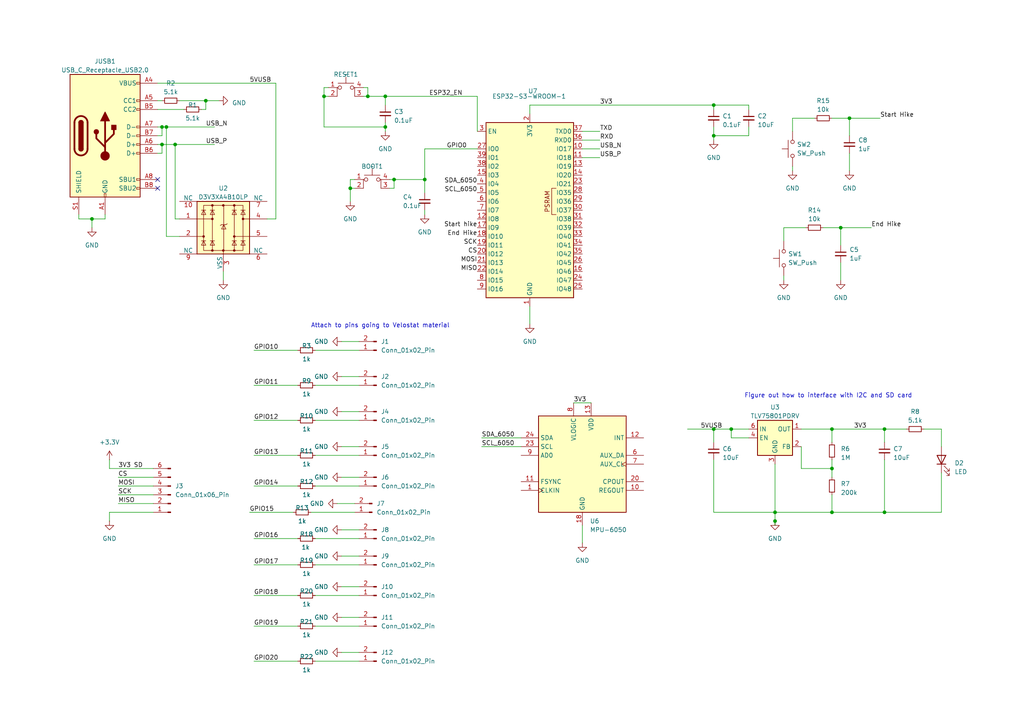
<source format=kicad_sch>
(kicad_sch (version 20231120) (generator "eeschema") (generator_version "8.0")
  (paper "A4")
  (title_block (title "Smart Insole PCB Design") (company "Group 41"))
  (lib_symbols
    (symbol "+3.3V_1" (power) (pin_numbers hide) (pin_names (offset 0) hide)
      (property "Value" "+3.3V" (at 0 3.556 0))
      (symbol "+3.3V_1_0_1"
        (polyline (pts (xy -0.762 1.27) (xy 0 2.54)))
        (polyline (pts (xy 0 0) (xy 0 2.54)))
        (polyline (pts (xy 0 2.54) (xy 0.762 1.27)))
      )
      (symbol "+3.3V_1_1_1"
        (pin power_in line (at 0 0 90) (length 0) (name "~") (number "1"))
      )
    )
    (symbol "Connector:Conn_01x02_Pin" (pin_names (offset 1.016) hide)
      (property "Reference" "J" (at 0 2.54 0))
      (property "Value" "Conn_01x02_Pin" (at 0 -5.08 0))
      (symbol "Conn_01x02_Pin_1_1"
        (polyline (pts (xy 1.27 -2.54) (xy 0.8636 -2.54)) (stroke (width 0.1524)))
        (polyline (pts (xy 1.27 0) (xy 0.8636 0)) (stroke (width 0.1524)))
        (rectangle (start 0.8636 -2.413) (end 0 -2.667) (stroke (width 0.1524)) (fill (type outline)))
        (rectangle (start 0.8636 0.127) (end 0 -0.127) (stroke (width 0.1524)) (fill (type outline)))
        (pin passive line (at 5.08 0 180) (length 3.81) (name "Pin_1") (number "1"))
        (pin passive line (at 5.08 -2.54 180) (length 3.81) (name "Pin_2") (number "2"))
      )
    )
    (symbol "Connector:Conn_01x06_Pin" (pin_names (offset 1.016) hide)
      (property "Reference" "J" (at 0 7.62 0))
      (property "Value" "Conn_01x06_Pin" (at 0 -10.16 0))
      (symbol "Conn_01x06_Pin_1_1"
        (polyline (pts (xy 1.27 -7.62) (xy 0.8636 -7.62)) (stroke (width 0.1524)))
        (polyline (pts (xy 1.27 -5.08) (xy 0.8636 -5.08)) (stroke (width 0.1524)))
        (polyline (pts (xy 1.27 -2.54) (xy 0.8636 -2.54)) (stroke (width 0.1524)))
        (polyline (pts (xy 1.27 0) (xy 0.8636 0)) (stroke (width 0.1524)))
        (polyline (pts (xy 1.27 2.54) (xy 0.8636 2.54)) (stroke (width 0.1524)))
        (polyline (pts (xy 1.27 5.08) (xy 0.8636 5.08)) (stroke (width 0.1524)))
        (rectangle (start 0.8636 -7.493) (end 0 -7.747) (stroke (width 0.1524)) (fill (type outline)))
        (rectangle (start 0.8636 -4.953) (end 0 -5.207) (stroke (width 0.1524)) (fill (type outline)))
        (rectangle (start 0.8636 -2.413) (end 0 -2.667) (stroke (width 0.1524)) (fill (type outline)))
        (rectangle (start 0.8636 0.127) (end 0 -0.127) (stroke (width 0.1524)) (fill (type outline)))
        (rectangle (start 0.8636 2.667) (end 0 2.413) (stroke (width 0.1524)) (fill (type outline)))
        (rectangle (start 0.8636 5.207) (end 0 4.953) (stroke (width 0.1524)) (fill (type outline)))
        (pin passive line (at 5.08 5.08 180) (length 3.81) (name "Pin_1") (number "1"))
        (pin passive line (at 5.08 2.54 180) (length 3.81) (name "Pin_2") (number "2"))
        (pin passive line (at 5.08 0 180) (length 3.81) (name "Pin_3") (number "3"))
        (pin passive line (at 5.08 -2.54 180) (length 3.81) (name "Pin_4") (number "4"))
        (pin passive line (at 5.08 -5.08 180) (length 3.81) (name "Pin_5") (number "5"))
        (pin passive line (at 5.08 -7.62 180) (length 3.81) (name "Pin_6") (number "6"))
      )
    )
    (symbol "Connector:USB_C_Receptacle_USB2.0" (pin_names (offset 1.016))
      (property "Reference" "J" (at -10.16 19.05 0))
      (property "Value" "USB_C_Receptacle_USB2.0" (at 19.05 19.05 0))
      (symbol "USB_C_Receptacle_USB2.0_0_0"
        (rectangle (start -0.254 -17.78) (end 0.254 -16.764))
        (rectangle (start 10.16 -14.986) (end 9.144 -15.494))
        (rectangle (start 10.16 -12.446) (end 9.144 -12.954))
        (rectangle (start 10.16 -4.826) (end 9.144 -5.334))
        (rectangle (start 10.16 -2.286) (end 9.144 -2.794))
        (rectangle (start 10.16 0.254) (end 9.144 -0.254))
        (rectangle (start 10.16 2.794) (end 9.144 2.286))
        (rectangle (start 10.16 7.874) (end 9.144 7.366))
        (rectangle (start 10.16 10.414) (end 9.144 9.906))
        (rectangle (start 10.16 15.494) (end 9.144 14.986))
      )
      (symbol "USB_C_Receptacle_USB2.0_0_1"
        (rectangle (start -10.16 17.78) (end 10.16 -17.78) (stroke (width 0.254)) (fill (type background)))
        (arc (start -8.89 -3.81) (mid -6.985 -5.7067) (end -5.08 -3.81) (stroke (width 0.508)))
        (arc (start -7.62 -3.81) (mid -6.985 -4.4423) (end -6.35 -3.81) (stroke (width 0.254)))
        (arc (start -7.62 -3.81) (mid -6.985 -4.4423) (end -6.35 -3.81) (stroke (width 0.254)) (fill (type outline)))
        (rectangle (start -7.62 -3.81) (end -6.35 3.81) (stroke (width 0.254)) (fill (type outline)))
        (arc (start -6.35 3.81) (mid -6.985 4.4423) (end -7.62 3.81) (stroke (width 0.254)))
        (arc (start -6.35 3.81) (mid -6.985 4.4423) (end -7.62 3.81) (stroke (width 0.254)) (fill (type outline)))
        (arc (start -5.08 3.81) (mid -6.985 5.7067) (end -8.89 3.81) (stroke (width 0.508)))
        (circle (center -2.54 1.143) (radius 0.635) (stroke (width 0.254)) (fill (type outline)))
        (circle (center 0 -5.842) (radius 1.27) (fill (type outline)))
        (polyline (pts (xy -8.89 -3.81) (xy -8.89 3.81)) (stroke (width 0.508)))
        (polyline (pts (xy -5.08 3.81) (xy -5.08 -3.81)) (stroke (width 0.508)))
        (polyline (pts (xy 0 -5.842) (xy 0 4.318)) (stroke (width 0.508)))
        (polyline (pts (xy 0 -3.302) (xy -2.54 -0.762) (xy -2.54 0.508)) (stroke (width 0.508)))
        (polyline (pts (xy 0 -2.032) (xy 2.54 0.508) (xy 2.54 1.778)) (stroke (width 0.508)))
        (polyline (pts (xy -1.27 4.318) (xy 0 6.858) (xy 1.27 4.318) (xy -1.27 4.318)) (stroke (width 0.254)) (fill (type outline)))
        (rectangle (start 1.905 1.778) (end 3.175 3.048) (stroke (width 0.254)) (fill (type outline)))
      )
      (symbol "USB_C_Receptacle_USB2.0_1_1"
        (pin passive line (at 0 -22.86 90) (length 5.08) (name "GND") (number "A1"))
        (pin passive line (at 0 -22.86 90) (length 5.08) hide (name "GND") (number "A12"))
        (pin passive line (at 15.24 15.24 180) (length 5.08) (name "VBUS") (number "A4"))
        (pin bidirectional line (at 15.24 10.16 180) (length 5.08) (name "CC1") (number "A5"))
        (pin bidirectional line (at 15.24 -2.54 180) (length 5.08) (name "D+") (number "A6"))
        (pin bidirectional line (at 15.24 2.54 180) (length 5.08) (name "D-") (number "A7"))
        (pin bidirectional line (at 15.24 -12.7 180) (length 5.08) (name "SBU1") (number "A8"))
        (pin passive line (at 15.24 15.24 180) (length 5.08) hide (name "VBUS") (number "A9"))
        (pin passive line (at 0 -22.86 90) (length 5.08) hide (name "GND") (number "B1"))
        (pin passive line (at 0 -22.86 90) (length 5.08) hide (name "GND") (number "B12"))
        (pin passive line (at 15.24 15.24 180) (length 5.08) hide (name "VBUS") (number "B4"))
        (pin bidirectional line (at 15.24 7.62 180) (length 5.08) (name "CC2") (number "B5"))
        (pin bidirectional line (at 15.24 -5.08 180) (length 5.08) (name "D+") (number "B6"))
        (pin bidirectional line (at 15.24 0 180) (length 5.08) (name "D-") (number "B7"))
        (pin bidirectional line (at 15.24 -15.24 180) (length 5.08) (name "SBU2") (number "B8"))
        (pin passive line (at 15.24 15.24 180) (length 5.08) hide (name "VBUS") (number "B9"))
        (pin passive line (at -7.62 -22.86 90) (length 5.08) (name "SHIELD") (number "S1"))
      )
    )
    (symbol "Device:C_Small" (pin_numbers hide) (pin_names (offset 0.254) hide)
      (property "Reference" "C" (at 0.254 1.778 0))
      (property "Value" "C_Small" (at 0.254 -2.032 0))
      (symbol "C_Small_0_1"
        (polyline (pts (xy -1.524 -0.508) (xy 1.524 -0.508)) (stroke (width 0.3302)))
        (polyline (pts (xy -1.524 0.508) (xy 1.524 0.508)) (stroke (width 0.3048)))
      )
      (symbol "C_Small_1_1"
        (pin passive line (at 0 2.54 270) (length 2.032) (name "~") (number "1"))
        (pin passive line (at 0 -2.54 90) (length 2.032) (name "~") (number "2"))
      )
    )
    (symbol "Device:LED" (pin_numbers hide) (pin_names (offset 1.016) hide)
      (property "Reference" "D" (at 0 2.54 0))
      (property "Value" "LED" (at 0 -2.54 0))
      (symbol "LED_0_1"
        (polyline (pts (xy -1.27 -1.27) (xy -1.27 1.27)) (stroke (width 0.254)))
        (polyline (pts (xy -1.27 0) (xy 1.27 0)))
        (polyline (pts (xy 1.27 -1.27) (xy 1.27 1.27) (xy -1.27 0) (xy 1.27 -1.27)) (stroke (width 0.254)))
        (polyline (pts (xy -3.048 -0.762) (xy -4.572 -2.286) (xy -3.81 -2.286) (xy -4.572 -2.286) (xy -4.572 -1.524)))
        (polyline (pts (xy -1.778 -0.762) (xy -3.302 -2.286) (xy -2.54 -2.286) (xy -3.302 -2.286) (xy -3.302 -1.524)))
      )
      (symbol "LED_1_1"
        (pin passive line (at -3.81 0 0) (length 2.54) (name "K") (number "1"))
        (pin passive line (at 3.81 0 180) (length 2.54) (name "A") (number "2"))
      )
    )
    (symbol "Device:R_Small" (pin_numbers hide) (pin_names (offset 0.254) hide)
      (property "Reference" "R" (at 0.762 0.508 0))
      (property "Value" "R_Small" (at 0.762 -1.016 0))
      (symbol "R_Small_0_1"
        (rectangle (start -0.762 1.778) (end 0.762 -1.778) (stroke (width 0.2032)))
      )
      (symbol "R_Small_1_1"
        (pin passive line (at 0 2.54 270) (length 0.762) (name "~") (number "1"))
        (pin passive line (at 0 -2.54 90) (length 0.762) (name "~") (number "2"))
      )
    )
    (symbol "GND_1" (power) (pin_numbers hide) (pin_names (offset 0) hide)
      (property "Value" "GND" (at 0 -3.81 0))
      (symbol "GND_1_0_1"
        (polyline (pts (xy 0 0) (xy 0 -1.27) (xy 1.27 -1.27) (xy 0 -2.54) (xy -1.27 -1.27) (xy 0 -1.27)))
      )
      (symbol "GND_1_1_1"
        (pin power_in line (at 0 0 270) (length 0) (name "~") (number "1"))
      )
    )
    (symbol "GND_2" (power) (pin_numbers hide) (pin_names (offset 0) hide)
      (property "Value" "GND" (at 0 -3.81 0))
      (symbol "GND_2_0_1"
        (polyline (pts (xy 0 0) (xy 0 -1.27) (xy 1.27 -1.27) (xy 0 -2.54) (xy -1.27 -1.27) (xy 0 -1.27)))
      )
      (symbol "GND_2_1_1"
        (pin power_in line (at 0 0 270) (length 0) (name "~") (number "1"))
      )
    )
    (symbol "Power_Protection:D3V3XA4B10LP" (pin_names (offset 0))
      (property "Reference" "U" (at -0.635 8.89 0))
      (property "Value" "D3V3XA4B10LP" (at 8.89 -10.16 0))
      (symbol "D3V3XA4B10LP_0_0"
        (rectangle (start -5.715 6.477) (end 5.715 -6.604))
        (polyline (pts (xy -3.175 -6.604) (xy -3.175 6.477)))
        (polyline (pts (xy 0.127 6.477) (xy 0.127 -6.604)))
        (polyline (pts (xy 3.175 6.477) (xy 3.175 -6.604)))
      )
      (symbol "D3V3XA4B10LP_0_1"
        (rectangle (start -7.62 7.62) (end 7.62 -7.62) (stroke (width 0.254)) (fill (type background)))
        (circle (center -5.715 -2.54) (radius 0.2794) (fill (type outline)))
        (circle (center -3.175 -6.604) (radius 0.2794) (fill (type outline)))
        (circle (center -3.175 2.54) (radius 0.2794) (fill (type outline)))
        (circle (center -3.175 6.477) (radius 0.2794) (fill (type outline)))
        (circle (center 0 -6.604) (radius 0.2794) (fill (type outline)))
        (polyline (pts (xy -7.747 2.54) (xy -3.175 2.54)))
        (polyline (pts (xy -7.62 -2.54) (xy -5.715 -2.54)))
        (polyline (pts (xy -5.08 -3.81) (xy -6.35 -3.81)))
        (polyline (pts (xy -5.08 5.08) (xy -6.35 5.08)))
        (polyline (pts (xy -2.54 -3.81) (xy -3.81 -3.81)))
        (polyline (pts (xy -2.54 5.08) (xy -3.81 5.08)))
        (polyline (pts (xy -0.508 0.889) (xy -0.889 0.635)))
        (polyline (pts (xy 0 -6.604) (xy 0 -7.62)))
        (polyline (pts (xy 0.762 0.889) (xy -0.508 0.889)))
        (polyline (pts (xy 0.762 0.889) (xy 1.143 1.143)))
        (polyline (pts (xy 3.81 -3.81) (xy 2.54 -3.81)))
        (polyline (pts (xy 3.81 5.08) (xy 2.54 5.08)))
        (polyline (pts (xy 6.35 -3.81) (xy 5.08 -3.81)))
        (polyline (pts (xy 6.35 5.08) (xy 5.08 5.08)))
        (polyline (pts (xy 7.62 -2.54) (xy 3.175 -2.54)))
        (polyline (pts (xy 7.62 2.54) (xy 5.715 2.54)))
        (polyline (pts (xy -5.08 -5.08) (xy -6.35 -5.08) (xy -5.715 -3.81) (xy -5.08 -5.08)))
        (polyline (pts (xy -5.08 3.81) (xy -6.35 3.81) (xy -5.715 5.08) (xy -5.08 3.81)))
        (polyline (pts (xy -2.54 -5.08) (xy -3.81 -5.08) (xy -3.175 -3.81) (xy -2.54 -5.08)))
        (polyline (pts (xy -2.54 3.81) (xy -3.81 3.81) (xy -3.175 5.08) (xy -2.54 3.81)))
        (polyline (pts (xy 0.762 -0.381) (xy -0.508 -0.381) (xy 0.127 0.889) (xy 0.762 -0.381)))
        (polyline (pts (xy 3.81 -5.08) (xy 2.54 -5.08) (xy 3.175 -3.81) (xy 3.81 -5.08)))
        (polyline (pts (xy 3.81 3.81) (xy 2.54 3.81) (xy 3.175 5.08) (xy 3.81 3.81)))
        (polyline (pts (xy 6.35 -5.08) (xy 5.08 -5.08) (xy 5.715 -3.81) (xy 6.35 -5.08)))
        (polyline (pts (xy 6.35 3.81) (xy 5.08 3.81) (xy 5.715 5.08) (xy 6.35 3.81)))
        (circle (center 0 6.477) (radius 0.2794) (fill (type outline)))
        (circle (center 3.175 -6.604) (radius 0.2794) (fill (type outline)))
        (circle (center 3.175 -2.54) (radius 0.2794) (fill (type outline)))
        (circle (center 3.175 6.477) (radius 0.2794) (fill (type outline)))
        (circle (center 5.715 2.54) (radius 0.2794) (fill (type outline)))
      )
      (symbol "D3V3XA4B10LP_1_1"
        (pin passive line (at -12.7 2.54 0) (length 5.08) (name "~") (number "1"))
        (pin free line (at -12.7 7.62 0) (length 5.08) (name "NC") (number "10"))
        (pin passive line (at -12.7 -2.54 0) (length 5.08) (name "~") (number "2"))
        (pin power_in line (at 0 -12.7 90) (length 5.08) (name "VSS") (number "3"))
        (pin passive line (at 12.7 2.54 180) (length 5.08) (name "~") (number "4"))
        (pin passive line (at 12.7 -2.54 180) (length 5.08) (name "~") (number "5"))
        (pin free line (at 12.7 -7.62 180) (length 5.08) (name "NC") (number "6"))
        (pin free line (at 12.7 7.62 180) (length 5.08) (name "NC") (number "7"))
        (pin passive line (at 0 -12.7 90) (length 5.08) hide (name "VSS") (number "8"))
        (pin free line (at -12.7 -7.62 0) (length 5.08) (name "NC") (number "9"))
      )
    )
    (symbol "RF_Module:ESP32-S3-WROOM-1"
      (property "Reference" "U" (at -12.7 26.67 0))
      (property "Value" "ESP32-S3-WROOM-1" (at 12.7 26.67 0))
      (symbol "ESP32-S3-WROOM-1_0_0"
        (rectangle (start -12.7 25.4) (end 12.7 -25.4) (stroke (width 0.254)) (fill (type background)))
        (text "PSRAM" (at 5.08 2.54 900) (effects (font (size 1.27 1.27))))
      )
      (symbol "ESP32-S3-WROOM-1_0_1"
        (polyline (pts (xy 7.62 -1.27) (xy 6.35 -1.27) (xy 6.35 6.35) (xy 7.62 6.35)))
      )
      (symbol "ESP32-S3-WROOM-1_1_1"
        (pin power_in line (at 0 -27.94 90) (length 2.54) (name "GND") (number "1"))
        (pin bidirectional line (at 15.24 17.78 180) (length 2.54) (name "IO17") (number "10"))
        (pin bidirectional line (at 15.24 15.24 180) (length 2.54) (name "IO18") (number "11"))
        (pin bidirectional line (at -15.24 -2.54 0) (length 2.54) (name "IO8") (number "12"))
        (pin bidirectional line (at 15.24 12.7 180) (length 2.54) (name "IO19") (number "13"))
        (pin bidirectional line (at 15.24 10.16 180) (length 2.54) (name "IO20") (number "14"))
        (pin bidirectional line (at -15.24 10.16 0) (length 2.54) (name "IO3") (number "15"))
        (pin bidirectional line (at 15.24 -17.78 180) (length 2.54) (name "IO46") (number "16"))
        (pin bidirectional line (at -15.24 -5.08 0) (length 2.54) (name "IO9") (number "17"))
        (pin bidirectional line (at -15.24 -7.62 0) (length 2.54) (name "IO10") (number "18"))
        (pin bidirectional line (at -15.24 -10.16 0) (length 2.54) (name "IO11") (number "19"))
        (pin power_in line (at 0 27.94 270) (length 2.54) (name "3V3") (number "2"))
        (pin bidirectional line (at -15.24 -12.7 0) (length 2.54) (name "IO12") (number "20"))
        (pin bidirectional line (at -15.24 -15.24 0) (length 2.54) (name "IO13") (number "21"))
        (pin bidirectional line (at -15.24 -17.78 0) (length 2.54) (name "IO14") (number "22"))
        (pin bidirectional line (at 15.24 7.62 180) (length 2.54) (name "IO21") (number "23"))
        (pin bidirectional line (at 15.24 -20.32 180) (length 2.54) (name "IO47") (number "24"))
        (pin bidirectional line (at 15.24 -22.86 180) (length 2.54) (name "IO48") (number "25"))
        (pin bidirectional line (at 15.24 -15.24 180) (length 2.54) (name "IO45") (number "26"))
        (pin bidirectional line (at -15.24 17.78 0) (length 2.54) (name "IO0") (number "27"))
        (pin bidirectional line (at 15.24 5.08 180) (length 2.54) (name "IO35") (number "28"))
        (pin bidirectional line (at 15.24 2.54 180) (length 2.54) (name "IO36") (number "29"))
        (pin input line (at -15.24 22.86 0) (length 2.54) (name "EN") (number "3"))
        (pin bidirectional line (at 15.24 0 180) (length 2.54) (name "IO37") (number "30"))
        (pin bidirectional line (at 15.24 -2.54 180) (length 2.54) (name "IO38") (number "31"))
        (pin bidirectional line (at 15.24 -5.08 180) (length 2.54) (name "IO39") (number "32"))
        (pin bidirectional line (at 15.24 -7.62 180) (length 2.54) (name "IO40") (number "33"))
        (pin bidirectional line (at 15.24 -10.16 180) (length 2.54) (name "IO41") (number "34"))
        (pin bidirectional line (at 15.24 -12.7 180) (length 2.54) (name "IO42") (number "35"))
        (pin bidirectional line (at 15.24 20.32 180) (length 2.54) (name "RXD0") (number "36"))
        (pin bidirectional line (at 15.24 22.86 180) (length 2.54) (name "TXD0") (number "37"))
        (pin bidirectional line (at -15.24 12.7 0) (length 2.54) (name "IO2") (number "38"))
        (pin bidirectional line (at -15.24 15.24 0) (length 2.54) (name "IO1") (number "39"))
        (pin bidirectional line (at -15.24 7.62 0) (length 2.54) (name "IO4") (number "4"))
        (pin passive line (at 0 -27.94 90) (length 2.54) hide (name "GND") (number "40"))
        (pin passive line (at 0 -27.94 90) (length 2.54) hide (name "GND") (number "41"))
        (pin bidirectional line (at -15.24 5.08 0) (length 2.54) (name "IO5") (number "5"))
        (pin bidirectional line (at -15.24 2.54 0) (length 2.54) (name "IO6") (number "6"))
        (pin bidirectional line (at -15.24 0 0) (length 2.54) (name "IO7") (number "7"))
        (pin bidirectional line (at -15.24 -20.32 0) (length 2.54) (name "IO15") (number "8"))
        (pin bidirectional line (at -15.24 -22.86 0) (length 2.54) (name "IO16") (number "9"))
      )
    )
    (symbol "Regulator_Linear:TLV75801PDRV"
      (property "Reference" "U" (at -3.81 6.35 0))
      (property "Value" "TLV75801PDRV" (at 0 6.35 0))
      (symbol "TLV75801PDRV_0_1"
        (rectangle (start 5.08 -5.08) (end -5.08 5.08) (stroke (width 0.254)) (fill (type background)))
      )
      (symbol "TLV75801PDRV_1_1"
        (pin power_out line (at 7.62 2.54 180) (length 2.54) (name "OUT") (number "1"))
        (pin input line (at 7.62 -2.54 180) (length 2.54) (name "FB") (number "2"))
        (pin power_in line (at 0 -7.62 90) (length 2.54) (name "GND") (number "3"))
        (pin input line (at -7.62 0 0) (length 2.54) (name "EN") (number "4"))
        (pin no_connect line (at 5.08 0 180) (length 2.54) hide (name "DNC") (number "5"))
        (pin power_in line (at -7.62 2.54 0) (length 2.54) (name "IN") (number "6"))
        (pin passive line (at 0 -7.62 90) (length 2.54) hide (name "GND") (number "7"))
      )
    )
    (symbol "Sensor_Motion:MPU-6050"
      (property "Reference" "U" (at -11.43 13.97 0))
      (property "Value" "MPU-6050" (at 7.62 -15.24 0))
      (symbol "MPU-6050_0_0"
        (text "" (at 12.7 -2.54 0) (effects (font (size 1.27 1.27))))
      )
      (symbol "MPU-6050_0_1"
        (rectangle (start -12.7 13.97) (end 12.7 -13.97) (stroke (width 0.254)) (fill (type background)))
      )
      (symbol "MPU-6050_1_1"
        (pin input clock (at -17.78 -7.62 0) (length 5.08) (name "CLKIN") (number "1"))
        (pin passive line (at 17.78 -7.62 180) (length 5.08) (name "REGOUT") (number "10"))
        (pin input line (at -17.78 -5.08 0) (length 5.08) (name "FSYNC") (number "11"))
        (pin output line (at 17.78 7.62 180) (length 5.08) (name "INT") (number "12"))
        (pin power_in line (at 2.54 17.78 270) (length 3.81) (name "VDD") (number "13"))
        (pin no_connect line (at -12.7 -10.16 0) (length 2.54) hide (name "NC") (number "14"))
        (pin no_connect line (at 12.7 12.7 180) (length 2.54) hide (name "NC") (number "15"))
        (pin no_connect line (at 12.7 10.16 180) (length 2.54) hide (name "NC") (number "16"))
        (pin no_connect line (at 12.7 5.08 180) (length 2.54) hide (name "NC") (number "17"))
        (pin power_in line (at 0 -17.78 90) (length 3.81) (name "GND") (number "18"))
        (pin no_connect line (at 12.7 -10.16 180) (length 2.54) hide (name "RESV") (number "19"))
        (pin no_connect line (at -12.7 12.7 0) (length 2.54) hide (name "NC") (number "2"))
        (pin passive line (at 17.78 -5.08 180) (length 5.08) (name "CPOUT") (number "20"))
        (pin no_connect line (at 12.7 -2.54 180) (length 2.54) hide (name "RESV") (number "21"))
        (pin no_connect line (at 12.7 -12.7 180) (length 2.54) hide (name "RESV") (number "22"))
        (pin input line (at -17.78 5.08 0) (length 5.08) (name "SCL") (number "23"))
        (pin bidirectional line (at -17.78 7.62 0) (length 5.08) (name "SDA") (number "24"))
        (pin no_connect line (at -12.7 10.16 0) (length 2.54) hide (name "NC") (number "3"))
        (pin no_connect line (at -12.7 0 0) (length 2.54) hide (name "NC") (number "4"))
        (pin no_connect line (at -12.7 -2.54 0) (length 2.54) hide (name "NC") (number "5"))
        (pin bidirectional line (at 17.78 2.54 180) (length 5.08) (name "AUX_DA") (number "6"))
        (pin output clock (at 17.78 0 180) (length 5.08) (name "AUX_CL") (number "7"))
        (pin power_in line (at -2.54 17.78 270) (length 3.81) (name "VLOGIC") (number "8"))
        (pin input line (at -17.78 2.54 0) (length 5.08) (name "AD0") (number "9"))
      )
    )
    (symbol "Switch:SW_MEC_5E" (pin_names (offset 1.016) hide)
      (property "Reference" "SW" (at 0.635 5.715 0))
      (property "Value" "SW_MEC_5E" (at 0 -3.175 0))
      (symbol "SW_MEC_5E_0_1"
        (circle (center -1.778 2.54) (radius 0.508))
        (polyline (pts (xy -2.286 3.81) (xy 2.286 3.81)))
        (polyline (pts (xy 0 3.81) (xy 0 5.588)))
        (polyline (pts (xy -2.54 0) (xy -2.54 2.54) (xy -2.286 2.54)))
        (polyline (pts (xy 2.54 0) (xy 2.54 2.54) (xy 2.286 2.54)))
        (circle (center 1.778 2.54) (radius 0.508))
        (pin passive line (at -5.08 2.54 0) (length 2.54) (name "1") (number "1"))
        (pin passive line (at -5.08 0 0) (length 2.54) (name "2") (number "2"))
        (pin passive line (at 5.08 0 180) (length 2.54) (name "K") (number "3"))
        (pin passive line (at 5.08 2.54 180) (length 2.54) (name "A") (number "4"))
      )
    )
    (symbol "Switch:SW_Push" (pin_numbers hide) (pin_names (offset 1.016) hide)
      (property "Reference" "SW" (at 1.27 2.54 0))
      (property "Value" "SW_Push" (at 0 -1.524 0))
      (symbol "SW_Push_0_1"
        (circle (center -2.032 0) (radius 0.508))
        (polyline (pts (xy 0 1.27) (xy 0 3.048)))
        (polyline (pts (xy 2.54 1.27) (xy -2.54 1.27)))
        (circle (center 2.032 0) (radius 0.508))
        (pin passive line (at -5.08 0 0) (length 2.54) (name "1") (number "1"))
        (pin passive line (at 5.08 0 180) (length 2.54) (name "2") (number "2"))
      )
    )
    (symbol "power:GND" (power) (pin_names (offset 0))
      (property "Value" "GND" (at 0 -3.81 0))
      (symbol "GND_0_1"
        (polyline (pts (xy 0 0) (xy 0 -1.27) (xy 1.27 -1.27) (xy 0 -2.54) (xy -1.27 -1.27) (xy 0 -1.27)))
      )
      (symbol "GND_1_1"
        (pin power_in line (at 0 0 270) (length 0) hide (name "GND") (number "1"))
      )
    )
  )
  (junction (at 224.79 151.13))
  (junction (at 207.01 30.48))
  (junction (at 224.79 148.59))
  (junction (at 106.68 27.94))
  (junction (at 246.38 34.29))
  (junction (at 123.19 52.07))
  (junction (at 93.98 27.94))
  (junction (at 48.26 36.83))
  (junction (at 46.99 36.83))
  (junction (at 212.09 124.46))
  (junction (at 46.99 41.91))
  (junction (at 207.01 39.37))
  (junction (at 241.3 148.59))
  (junction (at 101.6 54.61))
  (junction (at 256.54 124.46))
  (junction (at 241.3 135.89))
  (junction (at 111.76 27.94))
  (junction (at 114.3 52.07))
  (junction (at 243.84 66.04))
  (junction (at 111.76 36.83))
  (junction (at 50.8 41.91))
  (junction (at 59.69 29.21))
  (junction (at 26.67 63.5))
  (junction (at 241.3 124.46))
  (junction (at 207.01 124.46))
  (junction (at 256.54 148.59))
  (no_connect (at 45.72 52.07))
  (no_connect (at 45.72 54.61))
  (wire (pts (xy 91.44 181.61) (xy 104.14 181.61)))
  (wire (pts (xy 138.43 27.94) (xy 138.43 38.1)))
  (wire (pts (xy 93.98 25.4) (xy 93.98 27.94)))
  (wire (pts (xy 273.05 137.16) (xy 273.05 148.59)))
  (wire (pts (xy 52.07 29.21) (xy 59.69 29.21)))
  (wire (pts (xy 168.91 40.64) (xy 173.99 40.64)))
  (wire (pts (xy 77.47 63.5) (xy 80.01 63.5)))
  (wire (pts (xy 229.87 38.1) (xy 229.87 34.29)))
  (wire (pts (xy 111.76 36.83) (xy 111.76 38.1)))
  (wire (pts (xy 31.75 135.89) (xy 44.45 135.89)))
  (wire (pts (xy 217.17 36.83) (xy 217.17 39.37)))
  (wire (pts (xy 256.54 133.35) (xy 256.54 148.59)))
  (wire (pts (xy 99.06 119.38) (xy 104.14 119.38)))
  (wire (pts (xy 91.44 111.76) (xy 104.14 111.76)))
  (wire (pts (xy 95.25 25.4) (xy 93.98 25.4)))
  (wire (pts (xy 91.44 156.21) (xy 104.14 156.21)))
  (wire (pts (xy 241.3 135.89) (xy 241.3 138.43)))
  (wire (pts (xy 90.17 148.59) (xy 102.87 148.59)))
  (wire (pts (xy 241.3 148.59) (xy 256.54 148.59)))
  (wire (pts (xy 99.06 138.43) (xy 104.14 138.43)))
  (wire (pts (xy 91.44 140.97) (xy 104.14 140.97)))
  (wire (pts (xy 99.06 170.18) (xy 104.14 170.18)))
  (wire (pts (xy 102.87 52.07) (xy 101.6 52.07)))
  (wire (pts (xy 99.06 153.67) (xy 104.14 153.67)))
  (wire (pts (xy 50.8 41.91) (xy 50.8 63.5)))
  (wire (pts (xy 123.19 55.88) (xy 123.19 52.07)))
  (wire (pts (xy 267.97 124.46) (xy 273.05 124.46)))
  (wire (pts (xy 34.29 138.43) (xy 44.45 138.43)))
  (wire (pts (xy 217.17 127) (xy 212.09 127)))
  (wire (pts (xy 73.66 181.61) (xy 86.36 181.61)))
  (wire (pts (xy 166.37 116.84) (xy 171.45 116.84)))
  (wire (pts (xy 246.38 34.29) (xy 255.27 34.29)))
  (wire (pts (xy 207.01 36.83) (xy 207.01 39.37)))
  (wire (pts (xy 31.75 148.59) (xy 44.45 148.59)))
  (wire (pts (xy 243.84 66.04) (xy 252.73 66.04)))
  (wire (pts (xy 241.3 124.46) (xy 241.3 128.27)))
  (wire (pts (xy 46.99 39.37) (xy 46.99 36.83)))
  (wire (pts (xy 45.72 24.13) (xy 80.01 24.13)))
  (wire (pts (xy 227.33 80.01) (xy 227.33 81.28)))
  (wire (pts (xy 113.03 54.61) (xy 114.3 54.61)))
  (wire (pts (xy 22.86 63.5) (xy 26.67 63.5)))
  (wire (pts (xy 111.76 36.83) (xy 93.98 36.83)))
  (wire (pts (xy 229.87 48.26) (xy 229.87 49.53)))
  (wire (pts (xy 26.67 66.04) (xy 26.67 63.5)))
  (wire (pts (xy 224.79 148.59) (xy 241.3 148.59)))
  (wire (pts (xy 106.68 25.4) (xy 106.68 27.94)))
  (wire (pts (xy 168.91 152.4) (xy 168.91 157.48)))
  (wire (pts (xy 168.91 43.18) (xy 173.99 43.18)))
  (wire (pts (xy 46.99 41.91) (xy 50.8 41.91)))
  (wire (pts (xy 73.66 111.76) (xy 86.36 111.76)))
  (wire (pts (xy 111.76 27.94) (xy 111.76 30.48)))
  (wire (pts (xy 114.3 54.61) (xy 114.3 52.07)))
  (wire (pts (xy 91.44 101.6) (xy 104.14 101.6)))
  (wire (pts (xy 273.05 148.59) (xy 256.54 148.59)))
  (wire (pts (xy 34.29 143.51) (xy 44.45 143.51)))
  (wire (pts (xy 227.33 66.04) (xy 233.68 66.04)))
  (wire (pts (xy 207.01 148.59) (xy 224.79 148.59)))
  (wire (pts (xy 73.66 140.97) (xy 86.36 140.97)))
  (wire (pts (xy 45.72 44.45) (xy 46.99 44.45)))
  (wire (pts (xy 139.7 129.54) (xy 151.13 129.54)))
  (wire (pts (xy 207.01 30.48) (xy 217.17 30.48)))
  (wire (pts (xy 73.66 191.77) (xy 86.36 191.77)))
  (wire (pts (xy 256.54 128.27) (xy 256.54 124.46)))
  (wire (pts (xy 73.66 163.83) (xy 86.36 163.83)))
  (wire (pts (xy 139.7 127) (xy 151.13 127)))
  (wire (pts (xy 212.09 124.46) (xy 217.17 124.46)))
  (wire (pts (xy 113.03 52.07) (xy 114.3 52.07)))
  (wire (pts (xy 45.72 39.37) (xy 46.99 39.37)))
  (wire (pts (xy 48.26 36.83) (xy 62.23 36.83)))
  (wire (pts (xy 73.66 132.08) (xy 86.36 132.08)))
  (wire (pts (xy 99.06 99.06) (xy 104.14 99.06)))
  (wire (pts (xy 46.99 36.83) (xy 48.26 36.83)))
  (wire (pts (xy 227.33 69.85) (xy 227.33 66.04)))
  (wire (pts (xy 59.69 31.75) (xy 59.69 29.21)))
  (wire (pts (xy 99.06 179.07) (xy 104.14 179.07)))
  (wire (pts (xy 48.26 68.58) (xy 48.26 36.83)))
  (wire (pts (xy 199.39 124.46) (xy 207.01 124.46)))
  (wire (pts (xy 256.54 124.46) (xy 241.3 124.46)))
  (wire (pts (xy 217.17 31.75) (xy 217.17 30.48)))
  (wire (pts (xy 93.98 36.83) (xy 93.98 27.94)))
  (wire (pts (xy 273.05 124.46) (xy 273.05 129.54)))
  (wire (pts (xy 106.68 27.94) (xy 111.76 27.94)))
  (wire (pts (xy 105.41 27.94) (xy 106.68 27.94)))
  (wire (pts (xy 45.72 29.21) (xy 46.99 29.21)))
  (wire (pts (xy 123.19 43.18) (xy 138.43 43.18)))
  (wire (pts (xy 229.87 34.29) (xy 236.22 34.29)))
  (wire (pts (xy 52.07 68.58) (xy 48.26 68.58)))
  (wire (pts (xy 207.01 39.37) (xy 207.01 40.64)))
  (wire (pts (xy 34.29 146.05) (xy 44.45 146.05)))
  (wire (pts (xy 101.6 54.61) (xy 101.6 58.42)))
  (wire (pts (xy 50.8 41.91) (xy 62.23 41.91)))
  (wire (pts (xy 241.3 143.51) (xy 241.3 148.59)))
  (wire (pts (xy 111.76 35.56) (xy 111.76 36.83)))
  (wire (pts (xy 73.66 121.92) (xy 86.36 121.92)))
  (wire (pts (xy 91.44 132.08) (xy 104.14 132.08)))
  (wire (pts (xy 168.91 45.72) (xy 173.99 45.72)))
  (wire (pts (xy 91.44 121.92) (xy 104.14 121.92)))
  (wire (pts (xy 241.3 124.46) (xy 232.41 124.46)))
  (wire (pts (xy 111.76 27.94) (xy 138.43 27.94)))
  (wire (pts (xy 72.39 148.59) (xy 85.09 148.59)))
  (wire (pts (xy 99.06 189.23) (xy 104.14 189.23)))
  (wire (pts (xy 241.3 34.29) (xy 246.38 34.29)))
  (wire (pts (xy 59.69 29.21) (xy 63.5 29.21)))
  (wire (pts (xy 80.01 63.5) (xy 80.01 24.13)))
  (wire (pts (xy 232.41 129.54) (xy 232.41 135.89)))
  (wire (pts (xy 224.79 148.59) (xy 224.79 151.13)))
  (wire (pts (xy 123.19 43.18) (xy 123.19 52.07)))
  (wire (pts (xy 123.19 60.96) (xy 123.19 62.23)))
  (wire (pts (xy 207.01 124.46) (xy 212.09 124.46)))
  (wire (pts (xy 99.06 129.54) (xy 104.14 129.54)))
  (wire (pts (xy 153.67 30.48) (xy 207.01 30.48)))
  (wire (pts (xy 207.01 31.75) (xy 207.01 30.48)))
  (wire (pts (xy 45.72 41.91) (xy 46.99 41.91)))
  (wire (pts (xy 153.67 30.48) (xy 153.67 33.02)))
  (wire (pts (xy 52.07 63.5) (xy 50.8 63.5)))
  (wire (pts (xy 153.67 88.9) (xy 153.67 93.98)))
  (wire (pts (xy 99.06 109.22) (xy 104.14 109.22)))
  (wire (pts (xy 224.79 134.62) (xy 224.79 148.59)))
  (wire (pts (xy 101.6 52.07) (xy 101.6 54.61)))
  (wire (pts (xy 91.44 172.72) (xy 104.14 172.72)))
  (wire (pts (xy 46.99 44.45) (xy 46.99 41.91)))
  (wire (pts (xy 22.86 62.23) (xy 22.86 63.5)))
  (wire (pts (xy 243.84 66.04) (xy 243.84 71.12)))
  (wire (pts (xy 64.77 78.74) (xy 64.77 81.28)))
  (wire (pts (xy 45.72 31.75) (xy 53.34 31.75)))
  (wire (pts (xy 93.98 27.94) (xy 95.25 27.94)))
  (wire (pts (xy 217.17 39.37) (xy 207.01 39.37)))
  (wire (pts (xy 31.75 148.59) (xy 31.75 151.13)))
  (wire (pts (xy 243.84 76.2) (xy 243.84 81.28)))
  (wire (pts (xy 91.44 191.77) (xy 104.14 191.77)))
  (wire (pts (xy 73.66 172.72) (xy 86.36 172.72)))
  (wire (pts (xy 30.48 63.5) (xy 26.67 63.5)))
  (wire (pts (xy 73.66 156.21) (xy 86.36 156.21)))
  (wire (pts (xy 256.54 124.46) (xy 262.89 124.46)))
  (wire (pts (xy 232.41 135.89) (xy 241.3 135.89)))
  (wire (pts (xy 91.44 163.83) (xy 104.14 163.83)))
  (wire (pts (xy 212.09 127) (xy 212.09 124.46)))
  (wire (pts (xy 123.19 52.07) (xy 114.3 52.07)))
  (wire (pts (xy 241.3 133.35) (xy 241.3 135.89)))
  (wire (pts (xy 173.99 38.1) (xy 168.91 38.1)))
  (wire (pts (xy 97.79 146.05) (xy 102.87 146.05)))
  (wire (pts (xy 31.75 135.89) (xy 31.75 133.35)))
  (wire (pts (xy 246.38 44.45) (xy 246.38 49.53)))
  (wire (pts (xy 207.01 133.35) (xy 207.01 148.59)))
  (wire (pts (xy 45.72 36.83) (xy 46.99 36.83)))
  (wire (pts (xy 224.79 151.13) (xy 224.79 152.4)))
  (wire (pts (xy 73.66 101.6) (xy 86.36 101.6)))
  (wire (pts (xy 99.06 161.29) (xy 104.14 161.29)))
  (wire (pts (xy 30.48 62.23) (xy 30.48 63.5)))
  (wire (pts (xy 246.38 34.29) (xy 246.38 39.37)))
  (wire (pts (xy 58.42 31.75) (xy 59.69 31.75)))
  (wire (pts (xy 238.76 66.04) (xy 243.84 66.04)))
  (wire (pts (xy 207.01 124.46) (xy 207.01 128.27)))
  (wire (pts (xy 105.41 25.4) (xy 106.68 25.4)))
  (wire (pts (xy 102.87 54.61) (xy 101.6 54.61)))
  (wire (pts (xy 34.29 140.97) (xy 44.45 140.97)))
  (text "Attach to pins going to Velostat material" (at 90.17 95.25 0) (effects (font (size 1.27 1.27)) (justify left bottom)))
  (text "Figure out how to interface with I2C and SD card" (at 215.9 115.57 0) (effects (font (size 1.27 1.27)) (justify left bottom)))
  (label "3V3 SD" (at 34.29 135.89 0))
  (label "GPIO19" (at 73.66 181.61 0))
  (label "GPIO0" (at 129.54 43.18 0))
  (label "MOSI" (at 138.43 76.2 180))
  (label "USB_P" (at 173.99 45.72 0))
  (label "SDA_6050" (at 139.7 127 0))
  (label "3V3" (at 173.99 30.48 0))
  (label "GPIO10" (at 73.66 101.6 0))
  (label "SCK" (at 138.43 71.12 180))
  (label "GPIO11" (at 73.66 111.76 0))
  (label "USB_P" (at 59.69 41.91 0))
  (label "CS" (at 34.29 138.43 0))
  (label "GPIO20" (at 73.66 191.77 0))
  (label "TXD" (at 173.99 38.1 0))
  (label "GPIO17" (at 73.66 163.83 0))
  (label "End Hike" (at 252.73 66.04 0))
  (label "GPIO13" (at 73.66 132.08 0))
  (label "SDA_6050" (at 138.43 53.34 180))
  (label "SCK" (at 34.29 143.51 0))
  (label "3V3" (at 247.65 124.46 0))
  (label "5VUSB" (at 72.39 24.13 0))
  (label "RXD" (at 173.99 40.64 0))
  (label "GPIO14" (at 73.66 140.97 0))
  (label "GPIO12" (at 73.66 121.92 0))
  (label "SCL_6050" (at 138.43 55.88 180))
  (label "GPIO15" (at 72.39 148.59 0))
  (label "Start hike" (at 138.43 66.04 180))
  (label "ESP32_EN" (at 124.46 27.94 0))
  (label "MISO" (at 34.29 146.05 0))
  (label "Start Hike" (at 255.27 34.29 0))
  (label "GPIO16" (at 73.66 156.21 0))
  (label "USB_N" (at 173.99 43.18 0))
  (label "SCL_6050" (at 139.7 129.54 0))
  (label "MISO" (at 138.43 78.74 180))
  (label "5VUSB" (at 203.2 124.46 0))
  (label "MOSI" (at 34.29 140.97 0))
  (label "GPIO18" (at 73.66 172.72 0))
  (label "USB_N" (at 59.69 36.83 0))
  (label "CS" (at 138.43 73.66 180))
  (label "3V3" (at 166.37 116.84 0))
  (label "End Hike" (at 138.43 68.58 180))
  (symbol (lib_id "Device:R_Small") (at 265.43 124.46 90) (unit 1)
    (property "Reference" "R8" (at 265.43 119.38 90))
    (property "Value" "5.1k" (at 265.43 121.92 90))
    (property "Footprint" "Resistor_SMD:R_0603_1608Metric" (effects (hide yes)))
  )
  (symbol (lib_id "Device:R_Small") (at 238.76 34.29 90) (unit 1)
    (property "Reference" "R15" (at 238.76 29.21 90))
    (property "Value" "10k" (at 238.76 31.75 90))
    (property "Footprint" "Resistor_SMD:R_0603_1608Metric" (effects (hide yes)))
  )
  (symbol (lib_id "Device:R_Small") (at 88.9 101.6 90) (unit 1)
    (property "Reference" "R3" (at 88.9 100.33 90))
    (property "Value" "1k" (at 88.9 104.14 90))
    (property "Footprint" "Resistor_SMD:R_0603_1608Metric" (effects (hide yes)))
  )
  (symbol (lib_id "Connector:Conn_01x02_Pin") (at 109.22 132.08 180) (unit 1)
    (property "Reference" "J5" (at 110.49 129.5399 0) (effects (justify right)))
    (property "Value" "Conn_01x02_Pin" (at 110.49 132.0799 0) (effects (justify right)))
    (property "Footprint" "Connector_PinHeader_1.00mm:PinHeader_1x02_P1.00mm_Vertical" (effects (hide yes)))
    (property "Description" "Generic connector, single row, 01x02, script generated" (effects (hide yes)))
  )
  (symbol (lib_id "Device:LED") (at 273.05 133.35 90) (unit 1)
    (property "Reference" "D2" (at 276.86 134.3025 90) (effects (justify right)))
    (property "Value" "LED" (at 276.86 136.8425 90) (effects (justify right)))
    (property "Footprint" "LED_SMD:LED_0603_1608Metric" (effects (hide yes)))
  )
  (symbol (lib_id "power:GND") (at 99.06 109.22 270) (unit 1)
    (property "Reference" "#PWR010" (effects (hide yes)))
    (property "Value" "GND" (at 95.25 109.22 90) (effects (justify right)))
  )
  (symbol (lib_id "power:GND") (at 99.06 119.38 270) (unit 1)
    (property "Reference" "#PWR014" (effects (hide yes)))
    (property "Value" "GND" (at 95.25 119.38 90) (effects (justify right)))
  )
  (symbol (lib_id "Connector:Conn_01x02_Pin") (at 109.22 121.92 180) (unit 1)
    (property "Reference" "J4" (at 110.49 119.3799 0) (effects (justify right)))
    (property "Value" "Conn_01x02_Pin" (at 110.49 121.9199 0) (effects (justify right)))
    (property "Footprint" "Connector_PinHeader_1.00mm:PinHeader_1x02_P1.00mm_Vertical" (effects (hide yes)))
    (property "Description" "Generic connector, single row, 01x02, script generated" (effects (hide yes)))
  )
  (symbol (lib_id "power:GND") (at 101.6 58.42 0) (unit 1)
    (property "Reference" "#PWR011" (effects (hide yes)))
    (property "Value" "GND" (at 101.6 63.5 0))
  )
  (symbol (lib_id "Device:R_Small") (at 88.9 132.08 90) (unit 1)
    (property "Reference" "R11" (at 88.9 130.81 90))
    (property "Value" "1k" (at 88.9 134.62 90))
    (property "Footprint" "Resistor_SMD:R_0603_1608Metric" (effects (hide yes)))
  )
  (symbol (lib_id "Connector:Conn_01x02_Pin") (at 109.22 181.61 180) (unit 1)
    (property "Reference" "J11" (at 110.49 179.0699 0) (effects (justify right)))
    (property "Value" "Conn_01x02_Pin" (at 110.49 181.6099 0) (effects (justify right)))
    (property "Footprint" "Connector_PinHeader_1.00mm:PinHeader_1x02_P1.00mm_Vertical" (effects (hide yes)))
    (property "Description" "Generic connector, single row, 01x02, script generated" (effects (hide yes)))
  )
  (symbol (lib_id "Connector:Conn_01x02_Pin") (at 109.22 172.72 180) (unit 1)
    (property "Reference" "J10" (at 110.49 170.1799 0) (effects (justify right)))
    (property "Value" "Conn_01x02_Pin" (at 110.49 172.7199 0) (effects (justify right)))
    (property "Footprint" "Connector_PinHeader_1.00mm:PinHeader_1x02_P1.00mm_Vertical" (effects (hide yes)))
    (property "Description" "Generic connector, single row, 01x02, script generated" (effects (hide yes)))
  )
  (symbol (lib_id "Sensor_Motion:MPU-6050") (at 168.91 134.62 0) (unit 1)
    (property "Reference" "U6" (at 171.1041 151.13 0) (effects (justify left)))
    (property "Value" "MPU-6050" (at 171.1041 153.67 0) (effects (justify left)))
    (property "Footprint" "Sensor_Motion:InvenSense_QFN-24_4x4mm_P0.5mm" (effects (hide yes)))
    (property "Datasheet" "https://invensense.tdk.com/wp-content/uploads/2015/02/MPU-6000-Datasheet1.pdf" (effects (hide yes)))
    (property "Description" "InvenSense 6-Axis Motion Sensor, Gyroscope, Accelerometer, I2C" (effects (hide yes)))
  )
  (symbol (lib_id "Device:R_Small") (at 88.9 163.83 90) (unit 1)
    (property "Reference" "R19" (at 88.9 162.56 90))
    (property "Value" "1k" (at 88.9 166.37 90))
    (property "Footprint" "Resistor_SMD:R_0603_1608Metric" (effects (hide yes)))
  )
  (symbol (lib_id "Connector:Conn_01x02_Pin") (at 109.22 163.83 180) (unit 1)
    (property "Reference" "J9" (at 110.49 161.2899 0) (effects (justify right)))
    (property "Value" "Conn_01x02_Pin" (at 110.49 163.8299 0) (effects (justify right)))
    (property "Footprint" "Connector_PinHeader_1.00mm:PinHeader_1x02_P1.00mm_Vertical" (effects (hide yes)))
    (property "Description" "Generic connector, single row, 01x02, script generated" (effects (hide yes)))
  )
  (symbol (lib_id "Device:C_Small") (at 256.54 130.81 0) (unit 1)
    (property "Reference" "C7" (at 259.08 130.1813 0) (effects (justify left)))
    (property "Value" "10uF" (at 259.08 132.7213 0) (effects (justify left)))
    (property "Footprint" "Capacitor_SMD:C_0603_1608Metric" (effects (hide yes)))
  )
  (symbol (lib_id "power:GND") (at 153.67 93.98 0) (unit 1)
    (property "Reference" "#PWR06" (effects (hide yes)))
    (property "Value" "GND" (at 153.67 99.06 0))
  )
  (symbol (lib_id "Device:C_Small") (at 243.84 73.66 0) (unit 1)
    (property "Reference" "C5" (at 246.38 72.3962 0) (effects (justify left)))
    (property "Value" "1uF" (at 246.38 74.9362 0) (effects (justify left)))
    (property "Footprint" "Capacitor_SMD:C_0603_1608Metric" (effects (hide yes)))
  )
  (symbol (lib_id "Connector:Conn_01x02_Pin") (at 109.22 101.6 180) (unit 1)
    (property "Reference" "J1" (at 110.49 99.0599 0) (effects (justify right)))
    (property "Value" "Conn_01x02_Pin" (at 110.49 101.5999 0) (effects (justify right)))
    (property "Footprint" "Connector_PinHeader_1.00mm:PinHeader_1x02_P1.00mm_Vertical" (effects (hide yes)))
    (property "Description" "Generic connector, single row, 01x02, script generated" (effects (hide yes)))
  )
  (symbol (lib_id "Device:R_Small") (at 55.88 31.75 90) (unit 1)
    (property "Reference" "R1" (at 55.88 30.48 90))
    (property "Value" "5.1k" (at 55.88 34.29 90))
    (property "Footprint" "Resistor_SMD:R_0603_1608Metric" (effects (hide yes)))
  )
  (symbol (lib_id "Device:R_Small") (at 236.22 66.04 90) (unit 1)
    (property "Reference" "R14" (at 236.22 60.96 90))
    (property "Value" "10k" (at 236.22 63.5 90))
    (property "Footprint" "Resistor_SMD:R_0603_1608Metric" (effects (hide yes)))
  )
  (symbol (lib_id "power:GND") (at 97.79 146.05 270) (unit 1)
    (property "Reference" "#PWR017" (effects (hide yes)))
    (property "Value" "GND" (at 93.98 146.05 90) (effects (justify right)))
  )
  (symbol (lib_id "Device:C_Small") (at 123.19 58.42 0) (unit 1)
    (property "Reference" "C4" (at 116.84 57.15 0) (effects (justify left)))
    (property "Value" "0.1uF" (at 116.84 59.69 0) (effects (justify left)))
    (property "Footprint" "Capacitor_SMD:C_0603_1608Metric" (effects (hide yes)))
  )
  (symbol (lib_id "Device:R_Small") (at 49.53 29.21 90) (unit 1)
    (property "Reference" "R2" (at 49.53 24.13 90))
    (property "Value" "5.1k" (at 49.53 26.67 90))
    (property "Footprint" "Resistor_SMD:R_0603_1608Metric" (effects (hide yes)))
  )
  (symbol (lib_id "power:GND") (at 99.06 189.23 270) (unit 1)
    (property "Reference" "#PWR033" (effects (hide yes)))
    (property "Value" "GND" (at 95.25 189.23 90) (effects (justify right)))
  )
  (symbol (lib_id "Device:R_Small") (at 88.9 111.76 90) (unit 1)
    (property "Reference" "R9" (at 88.9 110.49 90))
    (property "Value" "1k" (at 88.9 114.3 90))
    (property "Footprint" "Resistor_SMD:R_0603_1608Metric" (effects (hide yes)))
  )
  (symbol (lib_id "Power_Protection:D3V3XA4B10LP") (at 64.77 66.04 0) (unit 1)
    (property "Reference" "U2" (at 64.77 54.61 0))
    (property "Value" "D3V3XA4B10LP" (at 64.77 57.15 0))
    (property "Footprint" "Package_DFN_QFN:Diodes_UDFN-10_1.0x2.5mm_P0.5mm" (effects (hide yes)))
    (property "Datasheet" "https://www.diodes.com/assets/Datasheets/D3V3XA4B10LP.pdf" (effects (hide yes)))
  )
  (symbol (lib_id "Switch:SW_MEC_5E") (at 107.95 54.61 0) (unit 1)
    (property "Reference" "BOOT1" (at 107.95 48.26 0))
    (property "Value" "~" (at 107.95 48.26 0))
    (property "Footprint" "Button_Switch_SMD:SW_Push_1P1T_NO_CK_PTS125Sx43PSMTR" (effects (hide yes)))
    (property "Datasheet" "http://www.apem.com/int/index.php?controller=attachment&id_attachment=1371" (effects (hide yes)))
  )
  (symbol (lib_id "power:GND") (at 243.84 81.28 0) (unit 1)
    (property "Reference" "#PWR019" (effects (hide yes)))
    (property "Value" "GND" (at 243.84 86.36 0))
  )
  (symbol (lib_id "Connector:Conn_01x02_Pin") (at 109.22 156.21 180) (unit 1)
    (property "Reference" "J8" (at 110.49 153.6699 0) (effects (justify right)))
    (property "Value" "Conn_01x02_Pin" (at 110.49 156.2099 0) (effects (justify right)))
    (property "Footprint" "Connector_PinHeader_1.00mm:PinHeader_1x02_P1.00mm_Vertical" (effects (hide yes)))
    (property "Description" "Generic connector, single row, 01x02, script generated" (effects (hide yes)))
  )
  (symbol (lib_id "power:GND") (at 64.77 81.28 0) (unit 1)
    (property "Reference" "#PWR03" (effects (hide yes)))
    (property "Value" "GND" (at 64.77 86.36 0))
  )
  (symbol (lib_id "Device:C_Small") (at 111.76 33.02 0) (unit 1)
    (property "Reference" "C3" (at 114.3 32.3913 0) (effects (justify left)))
    (property "Value" "0.1uF" (at 114.3 34.9313 0) (effects (justify left)))
    (property "Footprint" "Capacitor_SMD:C_0603_1608Metric" (effects (hide yes)))
  )
  (symbol (lib_id "Connector:Conn_01x02_Pin") (at 107.95 148.59 180) (unit 1)
    (property "Reference" "J7" (at 109.22 146.0499 0) (effects (justify right)))
    (property "Value" "Conn_01x02_Pin" (at 109.22 148.5899 0) (effects (justify right)))
    (property "Footprint" "Connector_PinHeader_1.00mm:PinHeader_1x02_P1.00mm_Vertical" (effects (hide yes)))
    (property "Description" "Generic connector, single row, 01x02, script generated" (effects (hide yes)))
  )
  (symbol (lib_id "Device:R_Small") (at 88.9 191.77 90) (unit 1)
    (property "Reference" "R22" (at 88.9 190.5 90))
    (property "Value" "1k" (at 88.9 194.31 90))
    (property "Footprint" "Resistor_SMD:R_0603_1608Metric" (effects (hide yes)))
  )
  (symbol (lib_id "Switch:SW_MEC_5E") (at 100.33 27.94 0) (unit 1)
    (property "Reference" "RESET1" (at 100.33 21.59 0))
    (property "Value" "~" (at 100.33 21.59 0))
    (property "Footprint" "Button_Switch_SMD:SW_Push_1P1T_NO_CK_PTS125Sx43PSMTR" (effects (hide yes)))
    (property "Datasheet" "http://www.apem.com/int/index.php?controller=attachment&id_attachment=1371" (effects (hide yes)))
  )
  (symbol (lib_id "power:GND") (at 123.19 62.23 0) (unit 1)
    (property "Reference" "#PWR07" (effects (hide yes)))
    (property "Value" "GND" (at 123.19 67.31 0))
  )
  (symbol (lib_name "+3.3V_1") (lib_id "power:+3.3V") (at 31.75 133.35 0) (unit 1)
    (property "Reference" "#PWR013" (effects (hide yes)))
    (property "Value" "+3.3V" (at 31.75 128.27 0))
    (property "Description" "Power symbol creates a global label with name \"+3.3V\"" (effects (hide yes)))
  )
  (symbol (lib_id "Device:R_Small") (at 88.9 121.92 90) (unit 1)
    (property "Reference" "R10" (at 88.9 120.65 90))
    (property "Value" "1k" (at 88.9 124.46 90))
    (property "Footprint" "Resistor_SMD:R_0603_1608Metric" (effects (hide yes)))
  )
  (symbol (lib_id "power:GND") (at 63.5 29.21 90) (unit 1)
    (property "Reference" "#PWR01" (effects (hide yes)))
    (property "Value" "GND" (at 67.31 29.845 90) (effects (justify right)))
  )
  (symbol (lib_id "Device:R_Small") (at 88.9 172.72 90) (unit 1)
    (property "Reference" "R20" (at 88.9 171.45 90))
    (property "Value" "1k" (at 88.9 175.26 90))
    (property "Footprint" "Resistor_SMD:R_0603_1608Metric" (effects (hide yes)))
  )
  (symbol (lib_id "power:GND") (at 246.38 49.53 0) (unit 1)
    (property "Reference" "#PWR020" (effects (hide yes)))
    (property "Value" "GND" (at 246.38 54.61 0))
  )
  (symbol (lib_id "Device:R_Small") (at 241.3 130.81 180) (unit 1)
    (property "Reference" "R6" (at 243.84 130.175 0) (effects (justify right)))
    (property "Value" "1M" (at 243.84 132.715 0) (effects (justify right)))
    (property "Footprint" "Resistor_SMD:R_0603_1608Metric" (effects (hide yes)))
  )
  (symbol (lib_id "power:GND") (at 99.06 129.54 270) (unit 1)
    (property "Reference" "#PWR015" (effects (hide yes)))
    (property "Value" "GND" (at 95.25 129.54 90) (effects (justify right)))
  )
  (symbol (lib_id "Device:C_Small") (at 217.17 34.29 0) (unit 1)
    (property "Reference" "C2" (at 219.71 33.6613 0) (effects (justify left)))
    (property "Value" "10uF" (at 219.71 36.2013 0) (effects (justify left)))
    (property "Footprint" "Capacitor_SMD:C_0603_1608Metric" (effects (hide yes)))
  )
  (symbol (lib_id "power:GND") (at 227.33 81.28 0) (unit 1)
    (property "Reference" "#PWR018" (effects (hide yes)))
    (property "Value" "GND" (at 227.33 86.36 0))
  )
  (symbol (lib_id "power:GND") (at 26.67 66.04 0) (unit 1)
    (property "Reference" "#PWR02" (effects (hide yes)))
    (property "Value" "GND" (at 26.67 71.12 0))
  )
  (symbol (lib_id "Device:R_Small") (at 88.9 181.61 90) (unit 1)
    (property "Reference" "R21" (at 88.9 180.34 90))
    (property "Value" "1k" (at 88.9 184.15 90))
    (property "Footprint" "Resistor_SMD:R_0603_1608Metric" (effects (hide yes)))
  )
  (symbol (lib_id "Device:C_Small") (at 246.38 41.91 0) (unit 1)
    (property "Reference" "C8" (at 248.92 40.6462 0) (effects (justify left)))
    (property "Value" "1uF" (at 248.92 43.1862 0) (effects (justify left)))
    (property "Footprint" "Capacitor_SMD:C_0603_1608Metric" (effects (hide yes)))
  )
  (symbol (lib_id "Connector:Conn_01x02_Pin") (at 109.22 111.76 180) (unit 1)
    (property "Reference" "J2" (at 110.49 109.2199 0) (effects (justify right)))
    (property "Value" "Conn_01x02_Pin" (at 110.49 111.7599 0) (effects (justify right)))
    (property "Footprint" "Connector_PinHeader_1.00mm:PinHeader_1x02_P1.00mm_Vertical" (effects (hide yes)))
    (property "Description" "Generic connector, single row, 01x02, script generated" (effects (hide yes)))
  )
  (symbol (lib_id "power:GND") (at 99.06 179.07 270) (unit 1)
    (property "Reference" "#PWR032" (effects (hide yes)))
    (property "Value" "GND" (at 95.25 179.07 90) (effects (justify right)))
  )
  (symbol (lib_id "Connector:Conn_01x02_Pin") (at 109.22 191.77 180) (unit 1)
    (property "Reference" "J12" (at 110.49 189.2299 0) (effects (justify right)))
    (property "Value" "Conn_01x02_Pin" (at 110.49 191.7699 0) (effects (justify right)))
    (property "Footprint" "Connector_PinHeader_1.00mm:PinHeader_1x02_P1.00mm_Vertical" (effects (hide yes)))
    (property "Description" "Generic connector, single row, 01x02, script generated" (effects (hide yes)))
  )
  (symbol (lib_id "power:GND") (at 207.01 40.64 0) (unit 1)
    (property "Reference" "#PWR04" (effects (hide yes)))
    (property "Value" "GND" (at 207.01 45.72 0))
  )
  (symbol (lib_id "power:GND") (at 99.06 170.18 270) (unit 1)
    (property "Reference" "#PWR031" (effects (hide yes)))
    (property "Value" "GND" (at 95.25 170.18 90) (effects (justify right)))
  )
  (symbol (lib_id "Switch:SW_Push") (at 229.87 43.18 90) (unit 1)
    (property "Reference" "SW2" (at 231.14 41.91 90) (effects (justify right)))
    (property "Value" "SW_Push" (at 231.14 44.45 90) (effects (justify right)))
    (property "Footprint" "Button_Switch_SMD:SW_Push_1P1T_NO_CK_PTS125Sx43PSMTR" (effects (hide yes)))
  )
  (symbol (lib_id "Device:C_Small") (at 207.01 34.29 0) (unit 1)
    (property "Reference" "C1" (at 209.55 33.6613 0) (effects (justify left)))
    (property "Value" "0.1uF" (at 209.55 36.2013 0) (effects (justify left)))
    (property "Footprint" "Capacitor_SMD:C_0603_1608Metric" (effects (hide yes)))
  )
  (symbol (lib_id "RF_Module:ESP32-S3-WROOM-1") (at 153.67 60.96 0) (unit 1)
    (property "Reference" "U7" (at 153.162 26.416 0) (effects (justify left)))
    (property "Value" "ESP32-S3-WROOM-1" (at 142.748 27.94 0) (effects (justify left)))
    (property "Footprint" "RF_Module:ESP32-S3-WROOM-1" (effects (hide yes)))
    (property "Datasheet" "https://www.espressif.com/sites/default/files/documentation/esp32-s3-wroom-1_wroom-1u_datasheet_en.pdf" (effects (hide yes)))
    (property "Description" "RF Module, ESP32-S3 SoC, Wi-Fi 802.11b/g/n, Bluetooth, BLE, 32-bit, 3.3V, onboard antenna, SMD" (effects (hide yes)))
  )
  (symbol (lib_name "GND_2") (lib_id "power:GND") (at 31.75 151.13 0) (unit 1)
    (property "Reference" "#PWR012" (effects (hide yes)))
    (property "Value" "GND" (at 31.75 156.21 0))
    (property "Description" "Power symbol creates a global label with name \"GND\" , ground" (effects (hide yes)))
  )
  (symbol (lib_id "power:GND") (at 224.79 151.13 0) (unit 1)
    (property "Reference" "#PWR09" (effects (hide yes)))
    (property "Value" "GND" (at 224.79 156.21 0))
  )
  (symbol (lib_name "GND_1") (lib_id "power:GND") (at 168.91 157.48 0) (unit 1)
    (property "Reference" "#PWR028" (effects (hide yes)))
    (property "Value" "GND" (at 168.91 162.56 0))
    (property "Description" "Power symbol creates a global label with name \"GND\" , ground" (effects (hide yes)))
  )
  (symbol (lib_id "Device:R_Small") (at 88.9 156.21 90) (unit 1)
    (property "Reference" "R18" (at 88.9 154.94 90))
    (property "Value" "1k" (at 88.646 158.75 90))
    (property "Footprint" "Resistor_SMD:R_0603_1608Metric" (effects (hide yes)))
  )
  (symbol (lib_id "power:GND") (at 99.06 99.06 270) (unit 1)
    (property "Reference" "#PWR08" (effects (hide yes)))
    (property "Value" "GND" (at 95.25 99.06 90) (effects (justify right)))
  )
  (symbol (lib_id "power:GND") (at 99.06 161.29 270) (unit 1)
    (property "Reference" "#PWR030" (effects (hide yes)))
    (property "Value" "GND" (at 95.25 161.29 90) (effects (justify right)))
  )
  (symbol (lib_id "Regulator_Linear:TLV75801PDRV") (at 224.79 127 0) (unit 1)
    (property "Reference" "U3" (at 224.79 118.11 0))
    (property "Value" "TLV75801PDRV" (at 224.79 120.65 0))
    (property "Footprint" "Package_SON:WSON-6-1EP_2x2mm_P0.65mm_EP1x1.6mm" (effects (hide yes)))
    (property "Datasheet" "https://www.ti.com/lit/ds/symlink/tlv758p.pdf" (effects (hide yes)))
  )
  (symbol (lib_id "power:GND") (at 99.06 138.43 270) (unit 1)
    (property "Reference" "#PWR016" (effects (hide yes)))
    (property "Value" "GND" (at 95.25 138.43 90) (effects (justify right)))
  )
  (symbol (lib_id "Device:R_Small") (at 241.3 140.97 180) (unit 1)
    (property "Reference" "R7" (at 243.84 140.335 0) (effects (justify right)))
    (property "Value" "200k" (at 243.84 142.875 0) (effects (justify right)))
    (property "Footprint" "Resistor_SMD:R_0603_1608Metric" (effects (hide yes)))
  )
  (symbol (lib_id "Device:C_Small") (at 207.01 130.81 0) (unit 1)
    (property "Reference" "C6" (at 209.55 130.1813 0) (effects (justify left)))
    (property "Value" "10uF" (at 209.55 132.7213 0) (effects (justify left)))
    (property "Footprint" "Capacitor_SMD:C_0603_1608Metric" (effects (hide yes)))
  )
  (symbol (lib_id "power:GND") (at 229.87 49.53 0) (unit 1)
    (property "Reference" "#PWR021" (effects (hide yes)))
    (property "Value" "GND" (at 229.87 54.61 0))
  )
  (symbol (lib_id "Connector:USB_C_Receptacle_USB2.0") (at 30.48 39.37 0) (unit 1)
    (property "Reference" "JUSB1" (at 30.48 17.78 0))
    (property "Value" "USB_C_Receptacle_USB2.0" (at 30.48 20.32 0))
    (property "Footprint" "Connector_USB:USB_C_Receptacle_GCT_USB4105-xx-A_16P_TopMnt_Horizontal" (effects (hide yes)))
    (property "Datasheet" "https://www.usb.org/sites/default/files/documents/usb_type-c.zip" (effects (hide yes)))
  )
  (symbol (lib_id "Device:R_Small") (at 88.9 140.97 90) (unit 1)
    (property "Reference" "R12" (at 88.9 139.7 90))
    (property "Value" "1k" (at 88.9 143.51 90))
    (property "Footprint" "Resistor_SMD:R_0603_1608Metric" (effects (hide yes)))
  )
  (symbol (lib_id "power:GND") (at 111.76 38.1 0) (unit 1)
    (property "Reference" "#PWR05" (effects (hide yes)))
    (property "Value" "GND" (at 111.76 43.18 0))
  )
  (symbol (lib_id "Device:R_Small") (at 87.63 148.59 90) (unit 1)
    (property "Reference" "R13" (at 87.63 147.32 90))
    (property "Value" "1k" (at 87.63 151.13 90))
    (property "Footprint" "Resistor_SMD:R_0603_1608Metric" (effects (hide yes)))
  )
  (symbol (lib_id "Connector:Conn_01x02_Pin") (at 109.22 140.97 180) (unit 1)
    (property "Reference" "J6" (at 110.49 138.4299 0) (effects (justify right)))
    (property "Value" "Conn_01x02_Pin" (at 110.49 140.9699 0) (effects (justify right)))
    (property "Footprint" "Connector_PinHeader_1.00mm:PinHeader_1x02_P1.00mm_Vertical" (effects (hide yes)))
    (property "Description" "Generic connector, single row, 01x02, script generated" (effects (hide yes)))
  )
  (symbol (lib_id "Switch:SW_Push") (at 227.33 74.93 90) (unit 1)
    (property "Reference" "SW1" (at 228.6 73.66 90) (effects (justify right)))
    (property "Value" "SW_Push" (at 228.6 76.2 90) (effects (justify right)))
    (property "Footprint" "Button_Switch_SMD:SW_Push_1P1T_NO_CK_PTS125Sx43PSMTR" (effects (hide yes)))
  )
  (symbol (lib_id "Connector:Conn_01x06_Pin") (at 49.53 143.51 180) (unit 1)
    (property "Reference" "J3" (at 50.8 140.9699 0) (effects (justify right)))
    (property "Value" "Conn_01x06_Pin" (at 50.8 143.5099 0) (effects (justify right)))
    (property "Footprint" "Connector_PinHeader_1.00mm:PinHeader_1x06_P1.00mm_Vertical" (effects (hide yes)))
    (property "Description" "Generic connector, single row, 01x06, script generated" (effects (hide yes)))
  )
  (symbol (lib_id "power:GND") (at 99.06 153.67 270) (unit 1)
    (property "Reference" "#PWR029" (effects (hide yes)))
    (property "Value" "GND" (at 95.25 153.67 90) (effects (justify right)))
  )
)
</source>
